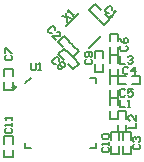
<source format=gto>
%FSLAX24Y24*%
%MOIN*%
G70*
G01*
G75*
G04 Layer_Color=65535*
%ADD10R,0.0197X0.0256*%
%ADD11R,0.0197X0.0236*%
%ADD12R,0.0236X0.0197*%
%ADD13R,0.0400X0.0370*%
G04:AMPARAMS|DCode=14|XSize=47.2mil|YSize=43.3mil|CornerRadius=0mil|HoleSize=0mil|Usage=FLASHONLY|Rotation=225.000|XOffset=0mil|YOffset=0mil|HoleType=Round|Shape=Rectangle|*
%AMROTATEDRECTD14*
4,1,4,0.0014,0.0320,0.0320,0.0014,-0.0014,-0.0320,-0.0320,-0.0014,0.0014,0.0320,0.0*
%
%ADD14ROTATEDRECTD14*%

%ADD15O,0.0256X0.0079*%
%ADD16O,0.0079X0.0256*%
%ADD17R,0.1850X0.1850*%
G04:AMPARAMS|DCode=18|XSize=19.7mil|YSize=23.6mil|CornerRadius=0mil|HoleSize=0mil|Usage=FLASHONLY|Rotation=225.000|XOffset=0mil|YOffset=0mil|HoleType=Round|Shape=Rectangle|*
%AMROTATEDRECTD18*
4,1,4,-0.0014,0.0153,0.0153,-0.0014,0.0014,-0.0153,-0.0153,0.0014,-0.0014,0.0153,0.0*
%
%ADD18ROTATEDRECTD18*%

%ADD19C,0.0080*%
%ADD20C,0.0370*%
%ADD21C,0.0090*%
%ADD22C,0.0060*%
%ADD23C,0.0240*%
%ADD24C,0.0260*%
%ADD25C,0.0098*%
%ADD26C,0.0079*%
%ADD27C,0.0050*%
D22*
X1928Y1678D02*
Y1934D01*
Y1226D02*
Y1482D01*
X1652Y1678D02*
X1652Y1934D01*
Y1226D02*
Y1482D01*
Y1226D02*
X1928Y1226D01*
X1652Y1934D02*
X1928Y1934D01*
X2208Y-192D02*
Y64D01*
Y-644D02*
Y-388D01*
X1932Y-192D02*
Y64D01*
Y-644D02*
Y-388D01*
Y-644D02*
X2208D01*
X1932Y64D02*
X2208D01*
X1928Y258D02*
Y514D01*
Y-194D02*
Y62D01*
X1652Y258D02*
X1652Y514D01*
Y-194D02*
Y62D01*
Y-194D02*
X1928D01*
X1652Y514D02*
X1928D01*
Y2388D02*
Y2644D01*
Y1936D02*
Y2192D01*
X1652Y2388D02*
Y2644D01*
Y1936D02*
Y2192D01*
Y1936D02*
X1928D01*
X1652Y2644D02*
X1928D01*
Y968D02*
Y1224D01*
Y516D02*
Y772D01*
X1652Y968D02*
Y1224D01*
Y516D02*
X1652Y772D01*
X1652Y516D02*
X1928D01*
X1652Y1224D02*
X1928D01*
X2082Y-1354D02*
Y-1098D01*
Y-646D02*
X2082Y-902D01*
X2358Y-1354D02*
Y-1098D01*
Y-902D02*
Y-646D01*
X2082D02*
X2358D01*
X2082Y-1354D02*
X2358D01*
X2398Y952D02*
X2654D01*
X1946D02*
X2202D01*
X2398Y1228D02*
X2654D01*
X1946D02*
X2202D01*
X1946Y952D02*
Y1228D01*
X2654Y952D02*
Y1228D01*
X1702Y-1354D02*
X1978D01*
X1702Y-646D02*
X1978D01*
Y-902D02*
Y-646D01*
Y-1354D02*
Y-1098D01*
X1702Y-902D02*
Y-646D01*
Y-1354D02*
Y-1098D01*
X1173Y3220D02*
X1270Y3123D01*
X212Y2900D02*
X630Y3318D01*
X311Y2370D02*
X414Y2267D01*
X950Y2162D02*
X1365Y2577D01*
X-1858Y-1474D02*
X-1582D01*
X-1858Y-766D02*
X-1582D01*
Y-1022D02*
Y-766D01*
Y-1474D02*
Y-1218D01*
X-1858Y-1022D02*
Y-766D01*
Y-1474D02*
Y-1218D01*
X1152Y2074D02*
X1428D01*
X1152Y1366D02*
X1428D01*
X1152D02*
Y1622D01*
Y1818D02*
Y2074D01*
X1428Y1366D02*
Y1622D01*
Y1818D02*
Y2074D01*
X-58Y1953D02*
X137Y2148D01*
X443Y1452D02*
X638Y1647D01*
X262Y1633D02*
X443Y1452D01*
X-58Y1953D02*
X123Y1772D01*
X457Y1828D02*
X638Y1647D01*
X137Y2148D02*
X318Y1967D01*
X-1858Y1472D02*
X-1582D01*
X-1858Y764D02*
X-1582D01*
X-1858D02*
Y1020D01*
Y1217D02*
Y1472D01*
X-1582Y764D02*
Y1020D01*
Y1217D02*
Y1472D01*
X-78Y2373D02*
X117Y2568D01*
X423Y1872D02*
X618Y2067D01*
X242Y2053D02*
X423Y1872D01*
X-78Y2373D02*
X103Y2192D01*
X437Y2248D02*
X618Y2067D01*
X117Y2568D02*
X298Y2387D01*
X1473Y2922D02*
X1668Y3117D01*
X972Y3423D02*
X1167Y3618D01*
X1348Y3437D01*
X1487Y3298D02*
X1668Y3117D01*
X972Y3423D02*
X1153Y3242D01*
X1292Y3103D02*
X1473Y2922D01*
D25*
X-1486Y866D02*
G03*
X-1486Y866I-49J0D01*
G01*
D26*
X-1181Y984D02*
X-984Y1181D01*
X984D02*
X1181D01*
Y984D02*
Y1181D01*
Y-1181D02*
Y-984D01*
X984Y-1181D02*
X1181D01*
X-1181D02*
X-984D01*
X-1181D02*
Y-984D01*
D27*
X2000Y1900D02*
Y1650D01*
X2167D01*
X2250Y1858D02*
X2292Y1900D01*
X2375D01*
X2417Y1858D01*
Y1817D01*
X2375Y1775D01*
X2333D01*
X2375D01*
X2417Y1733D01*
Y1692D01*
X2375Y1650D01*
X2292D01*
X2250Y1692D01*
X2280Y-500D02*
X2530D01*
Y-333D01*
Y-83D02*
Y-250D01*
X2363Y-83D01*
X2322D01*
X2280Y-125D01*
Y-208D01*
X2322Y-250D01*
X2000Y450D02*
Y200D01*
X2167D01*
X2250D02*
X2333D01*
X2292D01*
Y450D01*
X2250Y408D01*
X2042Y2247D02*
X2000Y2205D01*
Y2122D01*
X2042Y2080D01*
X2208D01*
X2250Y2122D01*
Y2205D01*
X2208Y2247D01*
X2000Y2497D02*
X2042Y2413D01*
X2125Y2330D01*
X2208D01*
X2250Y2372D01*
Y2455D01*
X2208Y2497D01*
X2167D01*
X2125Y2455D01*
Y2330D01*
X2167Y758D02*
X2125Y800D01*
X2042D01*
X2000Y758D01*
Y592D01*
X2042Y550D01*
X2125D01*
X2167Y592D01*
X2417Y800D02*
X2250D01*
Y675D01*
X2333Y717D01*
X2375D01*
X2417Y675D01*
Y592D01*
X2375Y550D01*
X2292D01*
X2250Y592D01*
X2462Y-1043D02*
X2420Y-1085D01*
Y-1168D01*
X2462Y-1210D01*
X2628D01*
X2670Y-1168D01*
Y-1085D01*
X2628Y-1043D01*
X2462Y-960D02*
X2420Y-918D01*
Y-835D01*
X2462Y-793D01*
X2503D01*
X2545Y-835D01*
Y-877D01*
Y-835D01*
X2587Y-793D01*
X2628D01*
X2670Y-835D01*
Y-918D01*
X2628Y-960D01*
X2277Y1498D02*
X2235Y1540D01*
X2152D01*
X2110Y1498D01*
Y1332D01*
X2152Y1290D01*
X2235D01*
X2277Y1332D01*
X2485Y1290D02*
Y1540D01*
X2360Y1415D01*
X2527D01*
X-165Y2769D02*
Y2828D01*
X-224Y2887D01*
X-283D01*
X-401Y2769D01*
Y2711D01*
X-342Y2652D01*
X-283D01*
X-135Y2445D02*
X-253Y2563D01*
X-18D01*
X12Y2593D01*
Y2652D01*
X-47Y2711D01*
X-106D01*
X872Y1787D02*
X830Y1745D01*
Y1662D01*
X872Y1620D01*
X1038D01*
X1080Y1662D01*
Y1745D01*
X1038Y1787D01*
Y1870D02*
X1080Y1912D01*
Y1995D01*
X1038Y2037D01*
X872D01*
X830Y1995D01*
Y1912D01*
X872Y1870D01*
X913D01*
X955Y1912D01*
Y2037D01*
X-1801Y1919D02*
X-1842Y1877D01*
Y1794D01*
X-1801Y1752D01*
X-1634D01*
X-1593Y1794D01*
Y1877D01*
X-1634Y1919D01*
X-1842Y2002D02*
Y2168D01*
X-1801D01*
X-1634Y2002D01*
X-1593D01*
X-25Y1749D02*
Y1808D01*
X-84Y1867D01*
X-143D01*
X-261Y1749D01*
Y1691D01*
X-202Y1632D01*
X-143D01*
X34Y1691D02*
X93D01*
X152Y1632D01*
Y1573D01*
X122Y1543D01*
X63D01*
X63Y1484D01*
X34Y1455D01*
X-25D01*
X-84Y1514D01*
Y1573D01*
X-54Y1602D01*
X5Y1602D01*
Y1661D01*
X34Y1691D01*
X5Y1602D02*
X63Y1543D01*
X-1800Y-513D02*
X-1842Y-555D01*
Y-638D01*
X-1800Y-680D01*
X-1634D01*
X-1592Y-638D01*
Y-555D01*
X-1634Y-513D01*
X-1592Y-430D02*
Y-347D01*
Y-388D01*
X-1842D01*
X-1800Y-430D01*
X-1592Y-222D02*
Y-139D01*
Y-180D01*
X-1842D01*
X-1800Y-222D01*
X-970Y1670D02*
Y1462D01*
X-928Y1420D01*
X-845D01*
X-803Y1462D01*
Y1670D01*
X-720Y1420D02*
X-637D01*
X-678D01*
Y1670D01*
X-720Y1628D01*
X63Y3227D02*
X358Y3168D01*
X181Y3345D02*
X240Y3050D01*
X417Y3227D02*
X476Y3286D01*
X446Y3256D01*
X269Y3433D01*
Y3374D01*
X1745Y3449D02*
Y3508D01*
X1686Y3567D01*
X1627D01*
X1509Y3449D01*
Y3391D01*
X1568Y3332D01*
X1627D01*
X1657Y3243D02*
X1716Y3184D01*
X1686Y3214D01*
X1863Y3391D01*
X1804D01*
X1432Y-1143D02*
X1390Y-1185D01*
Y-1268D01*
X1432Y-1310D01*
X1598D01*
X1640Y-1268D01*
Y-1185D01*
X1598Y-1143D01*
X1640Y-1060D02*
Y-977D01*
Y-1018D01*
X1390D01*
X1432Y-1060D01*
Y-852D02*
X1390Y-810D01*
Y-727D01*
X1432Y-685D01*
X1598D01*
X1640Y-727D01*
Y-810D01*
X1598Y-852D01*
X1432D01*
M02*

</source>
